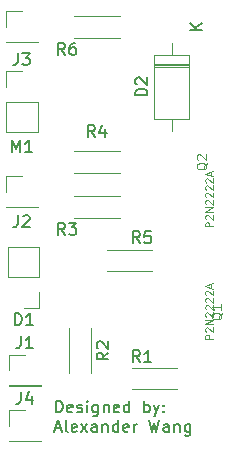
<source format=gbr>
G04 #@! TF.GenerationSoftware,KiCad,Pcbnew,(5.1.2)-2*
G04 #@! TF.CreationDate,2019-08-05T00:07:49-07:00*
G04 #@! TF.ProjectId,Pi LED and FAN,5069204c-4544-4206-916e-642046414e2e,rev?*
G04 #@! TF.SameCoordinates,Original*
G04 #@! TF.FileFunction,Legend,Top*
G04 #@! TF.FilePolarity,Positive*
%FSLAX46Y46*%
G04 Gerber Fmt 4.6, Leading zero omitted, Abs format (unit mm)*
G04 Created by KiCad (PCBNEW (5.1.2)-2) date 2019-08-05 00:07:49*
%MOMM*%
%LPD*%
G04 APERTURE LIST*
%ADD10C,0.150000*%
%ADD11C,0.120000*%
%ADD12C,0.050000*%
G04 APERTURE END LIST*
D10*
X124795595Y-111387380D02*
X124795595Y-110387380D01*
X125033690Y-110387380D01*
X125176547Y-110435000D01*
X125271785Y-110530238D01*
X125319404Y-110625476D01*
X125367023Y-110815952D01*
X125367023Y-110958809D01*
X125319404Y-111149285D01*
X125271785Y-111244523D01*
X125176547Y-111339761D01*
X125033690Y-111387380D01*
X124795595Y-111387380D01*
X126176547Y-111339761D02*
X126081309Y-111387380D01*
X125890833Y-111387380D01*
X125795595Y-111339761D01*
X125747976Y-111244523D01*
X125747976Y-110863571D01*
X125795595Y-110768333D01*
X125890833Y-110720714D01*
X126081309Y-110720714D01*
X126176547Y-110768333D01*
X126224166Y-110863571D01*
X126224166Y-110958809D01*
X125747976Y-111054047D01*
X126605119Y-111339761D02*
X126700357Y-111387380D01*
X126890833Y-111387380D01*
X126986071Y-111339761D01*
X127033690Y-111244523D01*
X127033690Y-111196904D01*
X126986071Y-111101666D01*
X126890833Y-111054047D01*
X126747976Y-111054047D01*
X126652738Y-111006428D01*
X126605119Y-110911190D01*
X126605119Y-110863571D01*
X126652738Y-110768333D01*
X126747976Y-110720714D01*
X126890833Y-110720714D01*
X126986071Y-110768333D01*
X127462261Y-111387380D02*
X127462261Y-110720714D01*
X127462261Y-110387380D02*
X127414642Y-110435000D01*
X127462261Y-110482619D01*
X127509880Y-110435000D01*
X127462261Y-110387380D01*
X127462261Y-110482619D01*
X128367023Y-110720714D02*
X128367023Y-111530238D01*
X128319404Y-111625476D01*
X128271785Y-111673095D01*
X128176547Y-111720714D01*
X128033690Y-111720714D01*
X127938452Y-111673095D01*
X128367023Y-111339761D02*
X128271785Y-111387380D01*
X128081309Y-111387380D01*
X127986071Y-111339761D01*
X127938452Y-111292142D01*
X127890833Y-111196904D01*
X127890833Y-110911190D01*
X127938452Y-110815952D01*
X127986071Y-110768333D01*
X128081309Y-110720714D01*
X128271785Y-110720714D01*
X128367023Y-110768333D01*
X128843214Y-110720714D02*
X128843214Y-111387380D01*
X128843214Y-110815952D02*
X128890833Y-110768333D01*
X128986071Y-110720714D01*
X129128928Y-110720714D01*
X129224166Y-110768333D01*
X129271785Y-110863571D01*
X129271785Y-111387380D01*
X130128928Y-111339761D02*
X130033690Y-111387380D01*
X129843214Y-111387380D01*
X129747976Y-111339761D01*
X129700357Y-111244523D01*
X129700357Y-110863571D01*
X129747976Y-110768333D01*
X129843214Y-110720714D01*
X130033690Y-110720714D01*
X130128928Y-110768333D01*
X130176547Y-110863571D01*
X130176547Y-110958809D01*
X129700357Y-111054047D01*
X131033690Y-111387380D02*
X131033690Y-110387380D01*
X131033690Y-111339761D02*
X130938452Y-111387380D01*
X130747976Y-111387380D01*
X130652738Y-111339761D01*
X130605119Y-111292142D01*
X130557500Y-111196904D01*
X130557500Y-110911190D01*
X130605119Y-110815952D01*
X130652738Y-110768333D01*
X130747976Y-110720714D01*
X130938452Y-110720714D01*
X131033690Y-110768333D01*
X132271785Y-111387380D02*
X132271785Y-110387380D01*
X132271785Y-110768333D02*
X132367023Y-110720714D01*
X132557500Y-110720714D01*
X132652738Y-110768333D01*
X132700357Y-110815952D01*
X132747976Y-110911190D01*
X132747976Y-111196904D01*
X132700357Y-111292142D01*
X132652738Y-111339761D01*
X132557500Y-111387380D01*
X132367023Y-111387380D01*
X132271785Y-111339761D01*
X133081309Y-110720714D02*
X133319404Y-111387380D01*
X133557500Y-110720714D02*
X133319404Y-111387380D01*
X133224166Y-111625476D01*
X133176547Y-111673095D01*
X133081309Y-111720714D01*
X133938452Y-111292142D02*
X133986071Y-111339761D01*
X133938452Y-111387380D01*
X133890833Y-111339761D01*
X133938452Y-111292142D01*
X133938452Y-111387380D01*
X133938452Y-110768333D02*
X133986071Y-110815952D01*
X133938452Y-110863571D01*
X133890833Y-110815952D01*
X133938452Y-110768333D01*
X133938452Y-110863571D01*
X124747976Y-112751666D02*
X125224166Y-112751666D01*
X124652738Y-113037380D02*
X124986071Y-112037380D01*
X125319404Y-113037380D01*
X125795595Y-113037380D02*
X125700357Y-112989761D01*
X125652738Y-112894523D01*
X125652738Y-112037380D01*
X126557500Y-112989761D02*
X126462261Y-113037380D01*
X126271785Y-113037380D01*
X126176547Y-112989761D01*
X126128928Y-112894523D01*
X126128928Y-112513571D01*
X126176547Y-112418333D01*
X126271785Y-112370714D01*
X126462261Y-112370714D01*
X126557500Y-112418333D01*
X126605119Y-112513571D01*
X126605119Y-112608809D01*
X126128928Y-112704047D01*
X126938452Y-113037380D02*
X127462261Y-112370714D01*
X126938452Y-112370714D02*
X127462261Y-113037380D01*
X128271785Y-113037380D02*
X128271785Y-112513571D01*
X128224166Y-112418333D01*
X128128928Y-112370714D01*
X127938452Y-112370714D01*
X127843214Y-112418333D01*
X128271785Y-112989761D02*
X128176547Y-113037380D01*
X127938452Y-113037380D01*
X127843214Y-112989761D01*
X127795595Y-112894523D01*
X127795595Y-112799285D01*
X127843214Y-112704047D01*
X127938452Y-112656428D01*
X128176547Y-112656428D01*
X128271785Y-112608809D01*
X128747976Y-112370714D02*
X128747976Y-113037380D01*
X128747976Y-112465952D02*
X128795595Y-112418333D01*
X128890833Y-112370714D01*
X129033690Y-112370714D01*
X129128928Y-112418333D01*
X129176547Y-112513571D01*
X129176547Y-113037380D01*
X130081309Y-113037380D02*
X130081309Y-112037380D01*
X130081309Y-112989761D02*
X129986071Y-113037380D01*
X129795595Y-113037380D01*
X129700357Y-112989761D01*
X129652738Y-112942142D01*
X129605119Y-112846904D01*
X129605119Y-112561190D01*
X129652738Y-112465952D01*
X129700357Y-112418333D01*
X129795595Y-112370714D01*
X129986071Y-112370714D01*
X130081309Y-112418333D01*
X130938452Y-112989761D02*
X130843214Y-113037380D01*
X130652738Y-113037380D01*
X130557500Y-112989761D01*
X130509880Y-112894523D01*
X130509880Y-112513571D01*
X130557500Y-112418333D01*
X130652738Y-112370714D01*
X130843214Y-112370714D01*
X130938452Y-112418333D01*
X130986071Y-112513571D01*
X130986071Y-112608809D01*
X130509880Y-112704047D01*
X131414642Y-113037380D02*
X131414642Y-112370714D01*
X131414642Y-112561190D02*
X131462261Y-112465952D01*
X131509880Y-112418333D01*
X131605119Y-112370714D01*
X131700357Y-112370714D01*
X132700357Y-112037380D02*
X132938452Y-113037380D01*
X133128928Y-112323095D01*
X133319404Y-113037380D01*
X133557500Y-112037380D01*
X134367023Y-113037380D02*
X134367023Y-112513571D01*
X134319404Y-112418333D01*
X134224166Y-112370714D01*
X134033690Y-112370714D01*
X133938452Y-112418333D01*
X134367023Y-112989761D02*
X134271785Y-113037380D01*
X134033690Y-113037380D01*
X133938452Y-112989761D01*
X133890833Y-112894523D01*
X133890833Y-112799285D01*
X133938452Y-112704047D01*
X134033690Y-112656428D01*
X134271785Y-112656428D01*
X134367023Y-112608809D01*
X134843214Y-112370714D02*
X134843214Y-113037380D01*
X134843214Y-112465952D02*
X134890833Y-112418333D01*
X134986071Y-112370714D01*
X135128928Y-112370714D01*
X135224166Y-112418333D01*
X135271785Y-112513571D01*
X135271785Y-113037380D01*
X136176547Y-112370714D02*
X136176547Y-113180238D01*
X136128928Y-113275476D01*
X136081309Y-113323095D01*
X135986071Y-113370714D01*
X135843214Y-113370714D01*
X135747976Y-113323095D01*
X136176547Y-112989761D02*
X136081309Y-113037380D01*
X135890833Y-113037380D01*
X135795595Y-112989761D01*
X135747976Y-112942142D01*
X135700357Y-112846904D01*
X135700357Y-112561190D01*
X135747976Y-112465952D01*
X135795595Y-112418333D01*
X135890833Y-112370714D01*
X136081309Y-112370714D01*
X136176547Y-112418333D01*
D11*
X123400000Y-102550000D02*
X122070000Y-102550000D01*
X123400000Y-101220000D02*
X123400000Y-102550000D01*
X123400000Y-99950000D02*
X120740000Y-99950000D01*
X120740000Y-99950000D02*
X120740000Y-97350000D01*
X123400000Y-99950000D02*
X123400000Y-97350000D01*
X123400000Y-97350000D02*
X120740000Y-97350000D01*
X136090000Y-81100000D02*
X133150000Y-81100000D01*
X133150000Y-81100000D02*
X133150000Y-86540000D01*
X133150000Y-86540000D02*
X136090000Y-86540000D01*
X136090000Y-86540000D02*
X136090000Y-81100000D01*
X134620000Y-80080000D02*
X134620000Y-81100000D01*
X134620000Y-87560000D02*
X134620000Y-86540000D01*
X136090000Y-82000000D02*
X133150000Y-82000000D01*
X136090000Y-82120000D02*
X133150000Y-82120000D01*
X136090000Y-81880000D02*
X133150000Y-81880000D01*
X120840000Y-106490000D02*
X122170000Y-106490000D01*
X120840000Y-107820000D02*
X120840000Y-106490000D01*
X120840000Y-109090000D02*
X123500000Y-109090000D01*
X123500000Y-109090000D02*
X123500000Y-109150000D01*
X120840000Y-109090000D02*
X120840000Y-109150000D01*
X120840000Y-109150000D02*
X123500000Y-109150000D01*
X120590000Y-94040000D02*
X123250000Y-94040000D01*
X120590000Y-93980000D02*
X120590000Y-94040000D01*
X123250000Y-93980000D02*
X123250000Y-94040000D01*
X120590000Y-93980000D02*
X123250000Y-93980000D01*
X120590000Y-92710000D02*
X120590000Y-91380000D01*
X120590000Y-91380000D02*
X121920000Y-91380000D01*
X120590000Y-80070000D02*
X123250000Y-80070000D01*
X120590000Y-80010000D02*
X120590000Y-80070000D01*
X123250000Y-80010000D02*
X123250000Y-80070000D01*
X120590000Y-80010000D02*
X123250000Y-80010000D01*
X120590000Y-78740000D02*
X120590000Y-77410000D01*
X120590000Y-77410000D02*
X121920000Y-77410000D01*
X120844000Y-111192000D02*
X122174000Y-111192000D01*
X120844000Y-112522000D02*
X120844000Y-111192000D01*
X120844000Y-113792000D02*
X123504000Y-113792000D01*
X123504000Y-113792000D02*
X123504000Y-113852000D01*
X120844000Y-113792000D02*
X120844000Y-113852000D01*
X120844000Y-113852000D02*
X123504000Y-113852000D01*
X120590000Y-87690000D02*
X123250000Y-87690000D01*
X120590000Y-85090000D02*
X120590000Y-87690000D01*
X123250000Y-85090000D02*
X123250000Y-87690000D01*
X120590000Y-85090000D02*
X123250000Y-85090000D01*
X120590000Y-83820000D02*
X120590000Y-82490000D01*
X120590000Y-82490000D02*
X121920000Y-82490000D01*
X135050000Y-107600000D02*
X131210000Y-107600000D01*
X135050000Y-109440000D02*
X131210000Y-109440000D01*
X127790000Y-104240000D02*
X127790000Y-108080000D01*
X125950000Y-104240000D02*
X125950000Y-108080000D01*
X130190000Y-93060000D02*
X126350000Y-93060000D01*
X130190000Y-94900000D02*
X126350000Y-94900000D01*
X130190000Y-91090000D02*
X126350000Y-91090000D01*
X130190000Y-89250000D02*
X126350000Y-89250000D01*
X129090000Y-99440000D02*
X132930000Y-99440000D01*
X129090000Y-97600000D02*
X132930000Y-97600000D01*
X130190000Y-79660000D02*
X126350000Y-79660000D01*
X130190000Y-77820000D02*
X126350000Y-77820000D01*
D10*
X121331904Y-104002380D02*
X121331904Y-103002380D01*
X121570000Y-103002380D01*
X121712857Y-103050000D01*
X121808095Y-103145238D01*
X121855714Y-103240476D01*
X121903333Y-103430952D01*
X121903333Y-103573809D01*
X121855714Y-103764285D01*
X121808095Y-103859523D01*
X121712857Y-103954761D01*
X121570000Y-104002380D01*
X121331904Y-104002380D01*
X122855714Y-104002380D02*
X122284285Y-104002380D01*
X122570000Y-104002380D02*
X122570000Y-103002380D01*
X122474761Y-103145238D01*
X122379523Y-103240476D01*
X122284285Y-103288095D01*
X132532380Y-84558095D02*
X131532380Y-84558095D01*
X131532380Y-84320000D01*
X131580000Y-84177142D01*
X131675238Y-84081904D01*
X131770476Y-84034285D01*
X131960952Y-83986666D01*
X132103809Y-83986666D01*
X132294285Y-84034285D01*
X132389523Y-84081904D01*
X132484761Y-84177142D01*
X132532380Y-84320000D01*
X132532380Y-84558095D01*
X131627619Y-83605714D02*
X131580000Y-83558095D01*
X131532380Y-83462857D01*
X131532380Y-83224761D01*
X131580000Y-83129523D01*
X131627619Y-83081904D01*
X131722857Y-83034285D01*
X131818095Y-83034285D01*
X131960952Y-83081904D01*
X132532380Y-83653333D01*
X132532380Y-83034285D01*
X137172380Y-79001904D02*
X136172380Y-79001904D01*
X137172380Y-78430476D02*
X136600952Y-78859047D01*
X136172380Y-78430476D02*
X136743809Y-79001904D01*
X121836666Y-104942380D02*
X121836666Y-105656666D01*
X121789047Y-105799523D01*
X121693809Y-105894761D01*
X121550952Y-105942380D01*
X121455714Y-105942380D01*
X122836666Y-105942380D02*
X122265238Y-105942380D01*
X122550952Y-105942380D02*
X122550952Y-104942380D01*
X122455714Y-105085238D01*
X122360476Y-105180476D01*
X122265238Y-105228095D01*
X121586666Y-94702380D02*
X121586666Y-95416666D01*
X121539047Y-95559523D01*
X121443809Y-95654761D01*
X121300952Y-95702380D01*
X121205714Y-95702380D01*
X122015238Y-94797619D02*
X122062857Y-94750000D01*
X122158095Y-94702380D01*
X122396190Y-94702380D01*
X122491428Y-94750000D01*
X122539047Y-94797619D01*
X122586666Y-94892857D01*
X122586666Y-94988095D01*
X122539047Y-95130952D01*
X121967619Y-95702380D01*
X122586666Y-95702380D01*
X121586666Y-80972380D02*
X121586666Y-81686666D01*
X121539047Y-81829523D01*
X121443809Y-81924761D01*
X121300952Y-81972380D01*
X121205714Y-81972380D01*
X121967619Y-80972380D02*
X122586666Y-80972380D01*
X122253333Y-81353333D01*
X122396190Y-81353333D01*
X122491428Y-81400952D01*
X122539047Y-81448571D01*
X122586666Y-81543809D01*
X122586666Y-81781904D01*
X122539047Y-81877142D01*
X122491428Y-81924761D01*
X122396190Y-81972380D01*
X122110476Y-81972380D01*
X122015238Y-81924761D01*
X121967619Y-81877142D01*
X121840666Y-109644380D02*
X121840666Y-110358666D01*
X121793047Y-110501523D01*
X121697809Y-110596761D01*
X121554952Y-110644380D01*
X121459714Y-110644380D01*
X122745428Y-109977714D02*
X122745428Y-110644380D01*
X122507333Y-109596761D02*
X122269238Y-110311047D01*
X122888285Y-110311047D01*
X121110476Y-89352380D02*
X121110476Y-88352380D01*
X121443809Y-89066666D01*
X121777142Y-88352380D01*
X121777142Y-89352380D01*
X122777142Y-89352380D02*
X122205714Y-89352380D01*
X122491428Y-89352380D02*
X122491428Y-88352380D01*
X122396190Y-88495238D01*
X122300952Y-88590476D01*
X122205714Y-88638095D01*
D12*
X138868810Y-102946314D02*
X138830653Y-103022629D01*
X138754338Y-103098944D01*
X138639866Y-103213417D01*
X138601708Y-103289732D01*
X138601708Y-103366047D01*
X138792496Y-103327889D02*
X138754338Y-103404204D01*
X138678023Y-103480519D01*
X138525393Y-103518677D01*
X138258291Y-103518677D01*
X138105661Y-103480519D01*
X138029346Y-103404204D01*
X137991189Y-103327889D01*
X137991189Y-103175259D01*
X138029346Y-103098944D01*
X138105661Y-103022629D01*
X138258291Y-102984472D01*
X138525393Y-102984472D01*
X138678023Y-103022629D01*
X138754338Y-103098944D01*
X138792496Y-103175259D01*
X138792496Y-103327889D01*
X138792496Y-102221322D02*
X138792496Y-102679212D01*
X138792496Y-102450267D02*
X137991189Y-102450267D01*
X138105661Y-102526582D01*
X138181976Y-102602897D01*
X138220133Y-102679212D01*
X138084847Y-105173526D02*
X137444131Y-105173526D01*
X137444131Y-104929444D01*
X137474642Y-104868423D01*
X137505152Y-104837913D01*
X137566172Y-104807403D01*
X137657703Y-104807403D01*
X137718724Y-104837913D01*
X137749234Y-104868423D01*
X137779744Y-104929444D01*
X137779744Y-105173526D01*
X137505152Y-104563320D02*
X137474642Y-104532810D01*
X137444131Y-104471790D01*
X137444131Y-104319238D01*
X137474642Y-104258218D01*
X137505152Y-104227707D01*
X137566172Y-104197197D01*
X137627193Y-104197197D01*
X137718724Y-104227707D01*
X138084847Y-104593831D01*
X138084847Y-104197197D01*
X138084847Y-103922604D02*
X137444131Y-103922604D01*
X138084847Y-103556481D01*
X137444131Y-103556481D01*
X137505152Y-103281888D02*
X137474642Y-103251378D01*
X137444131Y-103190358D01*
X137444131Y-103037806D01*
X137474642Y-102976786D01*
X137505152Y-102946275D01*
X137566172Y-102915765D01*
X137627193Y-102915765D01*
X137718724Y-102946275D01*
X138084847Y-103312399D01*
X138084847Y-102915765D01*
X137505152Y-102671683D02*
X137474642Y-102641172D01*
X137444131Y-102580152D01*
X137444131Y-102427600D01*
X137474642Y-102366580D01*
X137505152Y-102336070D01*
X137566172Y-102305559D01*
X137627193Y-102305559D01*
X137718724Y-102336070D01*
X138084847Y-102702193D01*
X138084847Y-102305559D01*
X137505152Y-102061477D02*
X137474642Y-102030967D01*
X137444131Y-101969946D01*
X137444131Y-101817395D01*
X137474642Y-101756374D01*
X137505152Y-101725864D01*
X137566172Y-101695354D01*
X137627193Y-101695354D01*
X137718724Y-101725864D01*
X138084847Y-102091987D01*
X138084847Y-101695354D01*
X137505152Y-101451271D02*
X137474642Y-101420761D01*
X137444131Y-101359740D01*
X137444131Y-101207189D01*
X137474642Y-101146168D01*
X137505152Y-101115658D01*
X137566172Y-101085148D01*
X137627193Y-101085148D01*
X137718724Y-101115658D01*
X138084847Y-101481782D01*
X138084847Y-101085148D01*
X137901786Y-100841066D02*
X137901786Y-100535963D01*
X138084847Y-100902086D02*
X137444131Y-100688514D01*
X138084847Y-100474942D01*
X137598810Y-90246314D02*
X137560653Y-90322629D01*
X137484338Y-90398944D01*
X137369866Y-90513417D01*
X137331708Y-90589732D01*
X137331708Y-90666047D01*
X137522496Y-90627889D02*
X137484338Y-90704204D01*
X137408023Y-90780519D01*
X137255393Y-90818677D01*
X136988291Y-90818677D01*
X136835661Y-90780519D01*
X136759346Y-90704204D01*
X136721189Y-90627889D01*
X136721189Y-90475259D01*
X136759346Y-90398944D01*
X136835661Y-90322629D01*
X136988291Y-90284472D01*
X137255393Y-90284472D01*
X137408023Y-90322629D01*
X137484338Y-90398944D01*
X137522496Y-90475259D01*
X137522496Y-90627889D01*
X136797503Y-89979212D02*
X136759346Y-89941055D01*
X136721189Y-89864740D01*
X136721189Y-89673952D01*
X136759346Y-89597637D01*
X136797503Y-89559480D01*
X136873818Y-89521322D01*
X136950133Y-89521322D01*
X137064606Y-89559480D01*
X137522496Y-90017370D01*
X137522496Y-89521322D01*
X138084847Y-95648526D02*
X137444131Y-95648526D01*
X137444131Y-95404444D01*
X137474642Y-95343423D01*
X137505152Y-95312913D01*
X137566172Y-95282403D01*
X137657703Y-95282403D01*
X137718724Y-95312913D01*
X137749234Y-95343423D01*
X137779744Y-95404444D01*
X137779744Y-95648526D01*
X137505152Y-95038320D02*
X137474642Y-95007810D01*
X137444131Y-94946790D01*
X137444131Y-94794238D01*
X137474642Y-94733218D01*
X137505152Y-94702707D01*
X137566172Y-94672197D01*
X137627193Y-94672197D01*
X137718724Y-94702707D01*
X138084847Y-95068831D01*
X138084847Y-94672197D01*
X138084847Y-94397604D02*
X137444131Y-94397604D01*
X138084847Y-94031481D01*
X137444131Y-94031481D01*
X137505152Y-93756888D02*
X137474642Y-93726378D01*
X137444131Y-93665358D01*
X137444131Y-93512806D01*
X137474642Y-93451786D01*
X137505152Y-93421275D01*
X137566172Y-93390765D01*
X137627193Y-93390765D01*
X137718724Y-93421275D01*
X138084847Y-93787399D01*
X138084847Y-93390765D01*
X137505152Y-93146683D02*
X137474642Y-93116172D01*
X137444131Y-93055152D01*
X137444131Y-92902600D01*
X137474642Y-92841580D01*
X137505152Y-92811070D01*
X137566172Y-92780559D01*
X137627193Y-92780559D01*
X137718724Y-92811070D01*
X138084847Y-93177193D01*
X138084847Y-92780559D01*
X137505152Y-92536477D02*
X137474642Y-92505967D01*
X137444131Y-92444946D01*
X137444131Y-92292395D01*
X137474642Y-92231374D01*
X137505152Y-92200864D01*
X137566172Y-92170354D01*
X137627193Y-92170354D01*
X137718724Y-92200864D01*
X138084847Y-92566987D01*
X138084847Y-92170354D01*
X137505152Y-91926271D02*
X137474642Y-91895761D01*
X137444131Y-91834740D01*
X137444131Y-91682189D01*
X137474642Y-91621168D01*
X137505152Y-91590658D01*
X137566172Y-91560148D01*
X137627193Y-91560148D01*
X137718724Y-91590658D01*
X138084847Y-91956782D01*
X138084847Y-91560148D01*
X137901786Y-91316066D02*
X137901786Y-91010963D01*
X138084847Y-91377086D02*
X137444131Y-91163514D01*
X138084847Y-90949942D01*
D10*
X131913333Y-107132380D02*
X131580000Y-106656190D01*
X131341904Y-107132380D02*
X131341904Y-106132380D01*
X131722857Y-106132380D01*
X131818095Y-106180000D01*
X131865714Y-106227619D01*
X131913333Y-106322857D01*
X131913333Y-106465714D01*
X131865714Y-106560952D01*
X131818095Y-106608571D01*
X131722857Y-106656190D01*
X131341904Y-106656190D01*
X132865714Y-107132380D02*
X132294285Y-107132380D01*
X132580000Y-107132380D02*
X132580000Y-106132380D01*
X132484761Y-106275238D01*
X132389523Y-106370476D01*
X132294285Y-106418095D01*
X129242380Y-106326666D02*
X128766190Y-106660000D01*
X129242380Y-106898095D02*
X128242380Y-106898095D01*
X128242380Y-106517142D01*
X128290000Y-106421904D01*
X128337619Y-106374285D01*
X128432857Y-106326666D01*
X128575714Y-106326666D01*
X128670952Y-106374285D01*
X128718571Y-106421904D01*
X128766190Y-106517142D01*
X128766190Y-106898095D01*
X128337619Y-105945714D02*
X128290000Y-105898095D01*
X128242380Y-105802857D01*
X128242380Y-105564761D01*
X128290000Y-105469523D01*
X128337619Y-105421904D01*
X128432857Y-105374285D01*
X128528095Y-105374285D01*
X128670952Y-105421904D01*
X129242380Y-105993333D01*
X129242380Y-105374285D01*
X125563333Y-96352380D02*
X125230000Y-95876190D01*
X124991904Y-96352380D02*
X124991904Y-95352380D01*
X125372857Y-95352380D01*
X125468095Y-95400000D01*
X125515714Y-95447619D01*
X125563333Y-95542857D01*
X125563333Y-95685714D01*
X125515714Y-95780952D01*
X125468095Y-95828571D01*
X125372857Y-95876190D01*
X124991904Y-95876190D01*
X125896666Y-95352380D02*
X126515714Y-95352380D01*
X126182380Y-95733333D01*
X126325238Y-95733333D01*
X126420476Y-95780952D01*
X126468095Y-95828571D01*
X126515714Y-95923809D01*
X126515714Y-96161904D01*
X126468095Y-96257142D01*
X126420476Y-96304761D01*
X126325238Y-96352380D01*
X126039523Y-96352380D01*
X125944285Y-96304761D01*
X125896666Y-96257142D01*
X128103333Y-88082380D02*
X127770000Y-87606190D01*
X127531904Y-88082380D02*
X127531904Y-87082380D01*
X127912857Y-87082380D01*
X128008095Y-87130000D01*
X128055714Y-87177619D01*
X128103333Y-87272857D01*
X128103333Y-87415714D01*
X128055714Y-87510952D01*
X128008095Y-87558571D01*
X127912857Y-87606190D01*
X127531904Y-87606190D01*
X128960476Y-87415714D02*
X128960476Y-88082380D01*
X128722380Y-87034761D02*
X128484285Y-87749047D01*
X129103333Y-87749047D01*
X131913333Y-97052380D02*
X131580000Y-96576190D01*
X131341904Y-97052380D02*
X131341904Y-96052380D01*
X131722857Y-96052380D01*
X131818095Y-96100000D01*
X131865714Y-96147619D01*
X131913333Y-96242857D01*
X131913333Y-96385714D01*
X131865714Y-96480952D01*
X131818095Y-96528571D01*
X131722857Y-96576190D01*
X131341904Y-96576190D01*
X132818095Y-96052380D02*
X132341904Y-96052380D01*
X132294285Y-96528571D01*
X132341904Y-96480952D01*
X132437142Y-96433333D01*
X132675238Y-96433333D01*
X132770476Y-96480952D01*
X132818095Y-96528571D01*
X132865714Y-96623809D01*
X132865714Y-96861904D01*
X132818095Y-96957142D01*
X132770476Y-97004761D01*
X132675238Y-97052380D01*
X132437142Y-97052380D01*
X132341904Y-97004761D01*
X132294285Y-96957142D01*
X125563333Y-81112380D02*
X125230000Y-80636190D01*
X124991904Y-81112380D02*
X124991904Y-80112380D01*
X125372857Y-80112380D01*
X125468095Y-80160000D01*
X125515714Y-80207619D01*
X125563333Y-80302857D01*
X125563333Y-80445714D01*
X125515714Y-80540952D01*
X125468095Y-80588571D01*
X125372857Y-80636190D01*
X124991904Y-80636190D01*
X126420476Y-80112380D02*
X126230000Y-80112380D01*
X126134761Y-80160000D01*
X126087142Y-80207619D01*
X125991904Y-80350476D01*
X125944285Y-80540952D01*
X125944285Y-80921904D01*
X125991904Y-81017142D01*
X126039523Y-81064761D01*
X126134761Y-81112380D01*
X126325238Y-81112380D01*
X126420476Y-81064761D01*
X126468095Y-81017142D01*
X126515714Y-80921904D01*
X126515714Y-80683809D01*
X126468095Y-80588571D01*
X126420476Y-80540952D01*
X126325238Y-80493333D01*
X126134761Y-80493333D01*
X126039523Y-80540952D01*
X125991904Y-80588571D01*
X125944285Y-80683809D01*
M02*

</source>
